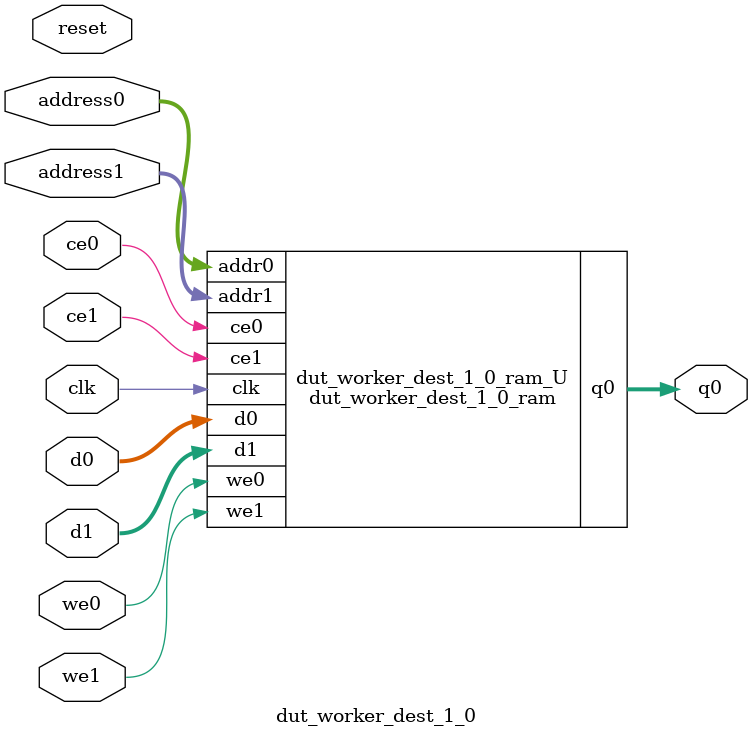
<source format=v>

`timescale 1 ns / 1 ps
module dut_worker_dest_1_0_ram (addr0, ce0, d0, we0, q0, addr1, ce1, d1, we1,  clk);

parameter DWIDTH = 32;
parameter AWIDTH = 2;
parameter MEM_SIZE = 4;

input[AWIDTH-1:0] addr0;
input ce0;
input[DWIDTH-1:0] d0;
input we0;
output reg[DWIDTH-1:0] q0;
input[AWIDTH-1:0] addr1;
input ce1;
input[DWIDTH-1:0] d1;
input we1;
input clk;

(* ram_style = "block" *)reg [DWIDTH-1:0] ram[MEM_SIZE-1:0];




always @(posedge clk)  
begin 
    if (ce0) 
    begin
        if (we0) 
        begin 
            ram[addr0] <= d0; 
            q0 <= d0;
        end 
        else 
            q0 <= ram[addr0];
    end
end


always @(posedge clk)  
begin 
    if (ce1) 
    begin
        if (we1) 
        begin 
            ram[addr1] <= d1; 
        end 
    end
end


endmodule


`timescale 1 ns / 1 ps
module dut_worker_dest_1_0(
    reset,
    clk,
    address0,
    ce0,
    we0,
    d0,
    q0,
    address1,
    ce1,
    we1,
    d1);

parameter DataWidth = 32'd32;
parameter AddressRange = 32'd4;
parameter AddressWidth = 32'd2;
input reset;
input clk;
input[AddressWidth - 1:0] address0;
input ce0;
input we0;
input[DataWidth - 1:0] d0;
output[DataWidth - 1:0] q0;
input[AddressWidth - 1:0] address1;
input ce1;
input we1;
input[DataWidth - 1:0] d1;



dut_worker_dest_1_0_ram dut_worker_dest_1_0_ram_U(
    .clk( clk ),
    .addr0( address0 ),
    .ce0( ce0 ),
    .d0( d0 ),
    .we0( we0 ),
    .q0( q0 ),
    .addr1( address1 ),
    .ce1( ce1 ),
    .d1( d1 ),
    .we1( we1 ));

endmodule


</source>
